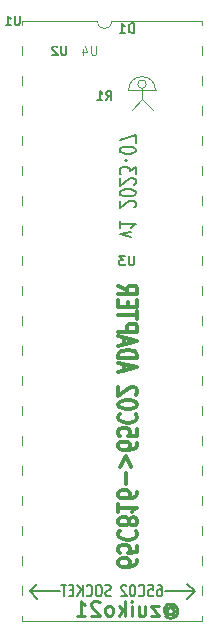
<source format=gbo>
G04 #@! TF.GenerationSoftware,KiCad,Pcbnew,(5.1.2-1)-1*
G04 #@! TF.CreationDate,2023-07-30T19:37:46+02:00*
G04 #@! TF.ProjectId,816to02,38313674-6f30-4322-9e6b-696361645f70,rev?*
G04 #@! TF.SameCoordinates,Original*
G04 #@! TF.FileFunction,Legend,Bot*
G04 #@! TF.FilePolarity,Positive*
%FSLAX46Y46*%
G04 Gerber Fmt 4.6, Leading zero omitted, Abs format (unit mm)*
G04 Created by KiCad (PCBNEW (5.1.2-1)-1) date 2023-07-30 19:37:46*
%MOMM*%
%LPD*%
G04 APERTURE LIST*
%ADD10C,0.120000*%
%ADD11C,0.200000*%
%ADD12C,0.300000*%
%ADD13C,0.250000*%
%ADD14C,0.150000*%
%ADD15O,1.702000X1.702000*%
%ADD16R,1.702000X1.702000*%
%ADD17C,1.902000*%
%ADD18R,1.902000X1.902000*%
G04 APERTURE END LIST*
D10*
X28575000Y-29464000D02*
X29464000Y-30353000D01*
X28575000Y-29464000D02*
X27686000Y-30353000D01*
X28575000Y-28553210D02*
X28575000Y-29464000D01*
X27432000Y-28702000D02*
X29718000Y-28702000D01*
X27432000Y-28702000D02*
G75*
G02X29718000Y-28702000I1143000J0D01*
G01*
X28934210Y-28194000D02*
G75*
G03X28934210Y-28194000I-359210J0D01*
G01*
X26035000Y-22860000D02*
G75*
G02X24765000Y-22860000I-635000J0D01*
G01*
X18415000Y-22860000D02*
X18415000Y-73660000D01*
X24765000Y-22860000D02*
X18415000Y-22860000D01*
X33655000Y-22860000D02*
X26035000Y-22860000D01*
X33655000Y-73660000D02*
X33655000Y-22860000D01*
X18415000Y-73660000D02*
X33655000Y-73660000D01*
D11*
X27605000Y-41163333D02*
X26671666Y-40925238D01*
X27605000Y-40687142D01*
X26671666Y-39782380D02*
X26671666Y-40353809D01*
X26671666Y-40068095D02*
X28071666Y-40068095D01*
X27871666Y-40163333D01*
X27738333Y-40258571D01*
X27671666Y-40353809D01*
X27938333Y-38639523D02*
X28005000Y-38591904D01*
X28071666Y-38496666D01*
X28071666Y-38258571D01*
X28005000Y-38163333D01*
X27938333Y-38115714D01*
X27805000Y-38068095D01*
X27671666Y-38068095D01*
X27471666Y-38115714D01*
X26671666Y-38687142D01*
X26671666Y-38068095D01*
X28071666Y-37449047D02*
X28071666Y-37353809D01*
X28005000Y-37258571D01*
X27938333Y-37210952D01*
X27805000Y-37163333D01*
X27538333Y-37115714D01*
X27205000Y-37115714D01*
X26938333Y-37163333D01*
X26805000Y-37210952D01*
X26738333Y-37258571D01*
X26671666Y-37353809D01*
X26671666Y-37449047D01*
X26738333Y-37544285D01*
X26805000Y-37591904D01*
X26938333Y-37639523D01*
X27205000Y-37687142D01*
X27538333Y-37687142D01*
X27805000Y-37639523D01*
X27938333Y-37591904D01*
X28005000Y-37544285D01*
X28071666Y-37449047D01*
X27938333Y-36734761D02*
X28005000Y-36687142D01*
X28071666Y-36591904D01*
X28071666Y-36353809D01*
X28005000Y-36258571D01*
X27938333Y-36210952D01*
X27805000Y-36163333D01*
X27671666Y-36163333D01*
X27471666Y-36210952D01*
X26671666Y-36782380D01*
X26671666Y-36163333D01*
X28071666Y-35830000D02*
X28071666Y-35210952D01*
X27538333Y-35544285D01*
X27538333Y-35401428D01*
X27471666Y-35306190D01*
X27405000Y-35258571D01*
X27271666Y-35210952D01*
X26938333Y-35210952D01*
X26805000Y-35258571D01*
X26738333Y-35306190D01*
X26671666Y-35401428D01*
X26671666Y-35687142D01*
X26738333Y-35782380D01*
X26805000Y-35830000D01*
X27271666Y-34639523D02*
X27205000Y-34687142D01*
X27138333Y-34639523D01*
X27205000Y-34591904D01*
X27271666Y-34639523D01*
X27138333Y-34639523D01*
X28071666Y-33830000D02*
X28071666Y-33734761D01*
X28005000Y-33639523D01*
X27938333Y-33591904D01*
X27805000Y-33544285D01*
X27538333Y-33496666D01*
X27205000Y-33496666D01*
X26938333Y-33544285D01*
X26805000Y-33591904D01*
X26738333Y-33639523D01*
X26671666Y-33734761D01*
X26671666Y-33830000D01*
X26738333Y-33925238D01*
X26805000Y-33972857D01*
X26938333Y-34020476D01*
X27205000Y-34068095D01*
X27538333Y-34068095D01*
X27805000Y-34020476D01*
X27938333Y-33972857D01*
X28005000Y-33925238D01*
X28071666Y-33830000D01*
X28071666Y-33163333D02*
X28071666Y-32496666D01*
X26671666Y-32925238D01*
D12*
X28181190Y-68464285D02*
X28181190Y-68692857D01*
X28104999Y-68807142D01*
X28028809Y-68864285D01*
X27800238Y-68978571D01*
X27495476Y-69035714D01*
X26885952Y-69035714D01*
X26733571Y-68978571D01*
X26657380Y-68921428D01*
X26581190Y-68807142D01*
X26581190Y-68578571D01*
X26657380Y-68464285D01*
X26733571Y-68407142D01*
X26885952Y-68350000D01*
X27266904Y-68350000D01*
X27419285Y-68407142D01*
X27495476Y-68464285D01*
X27571666Y-68578571D01*
X27571666Y-68807142D01*
X27495476Y-68921428D01*
X27419285Y-68978571D01*
X27266904Y-69035714D01*
X28181190Y-67264285D02*
X28181190Y-67835714D01*
X27419285Y-67892857D01*
X27495476Y-67835714D01*
X27571666Y-67721428D01*
X27571666Y-67435714D01*
X27495476Y-67321428D01*
X27419285Y-67264285D01*
X27266904Y-67207142D01*
X26885952Y-67207142D01*
X26733571Y-67264285D01*
X26657380Y-67321428D01*
X26581190Y-67435714D01*
X26581190Y-67721428D01*
X26657380Y-67835714D01*
X26733571Y-67892857D01*
X26733571Y-66007142D02*
X26657380Y-66064285D01*
X26581190Y-66235714D01*
X26581190Y-66350000D01*
X26657380Y-66521428D01*
X26809761Y-66635714D01*
X26962142Y-66692857D01*
X27266904Y-66750000D01*
X27495476Y-66750000D01*
X27800238Y-66692857D01*
X27952619Y-66635714D01*
X28105000Y-66521428D01*
X28181190Y-66350000D01*
X28181190Y-66235714D01*
X28105000Y-66064285D01*
X28028809Y-66007142D01*
X27495476Y-65321428D02*
X27571666Y-65435714D01*
X27647857Y-65492857D01*
X27800238Y-65550000D01*
X27876428Y-65550000D01*
X28028809Y-65492857D01*
X28105000Y-65435714D01*
X28181190Y-65321428D01*
X28181190Y-65092857D01*
X28105000Y-64978571D01*
X28028809Y-64921428D01*
X27876428Y-64864285D01*
X27800238Y-64864285D01*
X27647857Y-64921428D01*
X27571666Y-64978571D01*
X27495476Y-65092857D01*
X27495476Y-65321428D01*
X27419285Y-65435714D01*
X27343095Y-65492857D01*
X27190714Y-65550000D01*
X26885952Y-65550000D01*
X26733571Y-65492857D01*
X26657380Y-65435714D01*
X26581190Y-65321428D01*
X26581190Y-65092857D01*
X26657380Y-64978571D01*
X26733571Y-64921428D01*
X26885952Y-64864285D01*
X27190714Y-64864285D01*
X27343095Y-64921428D01*
X27419285Y-64978571D01*
X27495476Y-65092857D01*
X26581190Y-63721428D02*
X26581190Y-64407142D01*
X26581190Y-64064285D02*
X28181190Y-64064285D01*
X27952619Y-64178571D01*
X27800238Y-64292857D01*
X27724047Y-64407142D01*
X28181190Y-62692857D02*
X28181190Y-62921428D01*
X28105000Y-63035714D01*
X28028809Y-63092857D01*
X27800238Y-63207142D01*
X27495476Y-63264285D01*
X26885952Y-63264285D01*
X26733571Y-63207142D01*
X26657380Y-63150000D01*
X26581190Y-63035714D01*
X26581190Y-62807142D01*
X26657380Y-62692857D01*
X26733571Y-62635714D01*
X26885952Y-62578571D01*
X27266904Y-62578571D01*
X27419285Y-62635714D01*
X27495476Y-62692857D01*
X27571666Y-62807142D01*
X27571666Y-63035714D01*
X27495476Y-63150000D01*
X27419285Y-63207142D01*
X27266904Y-63264285D01*
X27190714Y-62064285D02*
X27190714Y-61150000D01*
X27647857Y-60578571D02*
X27190714Y-59664285D01*
X26733571Y-60578571D01*
X28181190Y-58578571D02*
X28181190Y-58807142D01*
X28105000Y-58921428D01*
X28028809Y-58978571D01*
X27800238Y-59092857D01*
X27495476Y-59150000D01*
X26885952Y-59150000D01*
X26733571Y-59092857D01*
X26657380Y-59035714D01*
X26581190Y-58921428D01*
X26581190Y-58692857D01*
X26657380Y-58578571D01*
X26733571Y-58521428D01*
X26885952Y-58464285D01*
X27266904Y-58464285D01*
X27419285Y-58521428D01*
X27495476Y-58578571D01*
X27571666Y-58692857D01*
X27571666Y-58921428D01*
X27495476Y-59035714D01*
X27419285Y-59092857D01*
X27266904Y-59150000D01*
X28181190Y-57378571D02*
X28181190Y-57950000D01*
X27419285Y-58007142D01*
X27495476Y-57950000D01*
X27571666Y-57835714D01*
X27571666Y-57550000D01*
X27495476Y-57435714D01*
X27419285Y-57378571D01*
X27266904Y-57321428D01*
X26885952Y-57321428D01*
X26733571Y-57378571D01*
X26657380Y-57435714D01*
X26581190Y-57550000D01*
X26581190Y-57835714D01*
X26657380Y-57950000D01*
X26733571Y-58007142D01*
X26733571Y-56121428D02*
X26657380Y-56178571D01*
X26581190Y-56350000D01*
X26581190Y-56464285D01*
X26657380Y-56635714D01*
X26809761Y-56750000D01*
X26962142Y-56807142D01*
X27266904Y-56864285D01*
X27495476Y-56864285D01*
X27800238Y-56807142D01*
X27952619Y-56750000D01*
X28105000Y-56635714D01*
X28181190Y-56464285D01*
X28181190Y-56350000D01*
X28105000Y-56178571D01*
X28028809Y-56121428D01*
X28181190Y-55378571D02*
X28181190Y-55264285D01*
X28105000Y-55150000D01*
X28028809Y-55092857D01*
X27876428Y-55035714D01*
X27571666Y-54978571D01*
X27190714Y-54978571D01*
X26885952Y-55035714D01*
X26733571Y-55092857D01*
X26657380Y-55150000D01*
X26581190Y-55264285D01*
X26581190Y-55378571D01*
X26657380Y-55492857D01*
X26733571Y-55550000D01*
X26885952Y-55607142D01*
X27190714Y-55664285D01*
X27571666Y-55664285D01*
X27876428Y-55607142D01*
X28028809Y-55550000D01*
X28105000Y-55492857D01*
X28181190Y-55378571D01*
X28028809Y-54521428D02*
X28105000Y-54464285D01*
X28181190Y-54350000D01*
X28181190Y-54064285D01*
X28105000Y-53950000D01*
X28028809Y-53892857D01*
X27876428Y-53835714D01*
X27724047Y-53835714D01*
X27495476Y-53892857D01*
X26581190Y-54578571D01*
X26581190Y-53835714D01*
X27038333Y-52464285D02*
X27038333Y-51892857D01*
X26581190Y-52578571D02*
X28181190Y-52178571D01*
X26581190Y-51778571D01*
X26581190Y-51378571D02*
X28181190Y-51378571D01*
X28181190Y-51092857D01*
X28105000Y-50921428D01*
X27952619Y-50807142D01*
X27800238Y-50750000D01*
X27495476Y-50692857D01*
X27266904Y-50692857D01*
X26962142Y-50750000D01*
X26809761Y-50807142D01*
X26657380Y-50921428D01*
X26581190Y-51092857D01*
X26581190Y-51378571D01*
X27038333Y-50235714D02*
X27038333Y-49664285D01*
X26581190Y-50350000D02*
X28181190Y-49950000D01*
X26581190Y-49550000D01*
X26581190Y-49150000D02*
X28181190Y-49150000D01*
X28181190Y-48692857D01*
X28105000Y-48578571D01*
X28028809Y-48521428D01*
X27876428Y-48464285D01*
X27647857Y-48464285D01*
X27495476Y-48521428D01*
X27419285Y-48578571D01*
X27343095Y-48692857D01*
X27343095Y-49150000D01*
X28181190Y-48121428D02*
X28181190Y-47435714D01*
X26581190Y-47778571D02*
X28181190Y-47778571D01*
X27419285Y-47035714D02*
X27419285Y-46635714D01*
X26581190Y-46464285D02*
X26581190Y-47035714D01*
X28181190Y-47035714D01*
X28181190Y-46464285D01*
X26581190Y-45264285D02*
X27343095Y-45664285D01*
X26581190Y-45950000D02*
X28181190Y-45950000D01*
X28181190Y-45492857D01*
X28105000Y-45378571D01*
X28028809Y-45321428D01*
X27876428Y-45264285D01*
X27647857Y-45264285D01*
X27495476Y-45321428D01*
X27419285Y-45378571D01*
X27343095Y-45492857D01*
X27343095Y-45950000D01*
D13*
X30721904Y-72613761D02*
X30782380Y-72553285D01*
X30903333Y-72492809D01*
X31024285Y-72492809D01*
X31145238Y-72553285D01*
X31205714Y-72613761D01*
X31266190Y-72734714D01*
X31266190Y-72855666D01*
X31205714Y-72976619D01*
X31145238Y-73037095D01*
X31024285Y-73097571D01*
X30903333Y-73097571D01*
X30782380Y-73037095D01*
X30721904Y-72976619D01*
X30721904Y-72492809D02*
X30721904Y-72976619D01*
X30661428Y-73037095D01*
X30600952Y-73037095D01*
X30480000Y-72976619D01*
X30419523Y-72855666D01*
X30419523Y-72553285D01*
X30540476Y-72371857D01*
X30721904Y-72250904D01*
X30963809Y-72190428D01*
X31205714Y-72250904D01*
X31387142Y-72371857D01*
X31508095Y-72553285D01*
X31568571Y-72795190D01*
X31508095Y-73037095D01*
X31387142Y-73218523D01*
X31205714Y-73339476D01*
X30963809Y-73399952D01*
X30721904Y-73339476D01*
X30540476Y-73218523D01*
X29996190Y-72371857D02*
X29330952Y-72371857D01*
X29996190Y-73218523D01*
X29330952Y-73218523D01*
X28302857Y-72371857D02*
X28302857Y-73218523D01*
X28847142Y-72371857D02*
X28847142Y-73037095D01*
X28786666Y-73158047D01*
X28665714Y-73218523D01*
X28484285Y-73218523D01*
X28363333Y-73158047D01*
X28302857Y-73097571D01*
X27698095Y-73218523D02*
X27698095Y-72371857D01*
X27698095Y-71948523D02*
X27758571Y-72009000D01*
X27698095Y-72069476D01*
X27637619Y-72009000D01*
X27698095Y-71948523D01*
X27698095Y-72069476D01*
X27093333Y-73218523D02*
X27093333Y-71948523D01*
X26972380Y-72734714D02*
X26609523Y-73218523D01*
X26609523Y-72371857D02*
X27093333Y-72855666D01*
X25883809Y-73218523D02*
X26004761Y-73158047D01*
X26065238Y-73097571D01*
X26125714Y-72976619D01*
X26125714Y-72613761D01*
X26065238Y-72492809D01*
X26004761Y-72432333D01*
X25883809Y-72371857D01*
X25702380Y-72371857D01*
X25581428Y-72432333D01*
X25520952Y-72492809D01*
X25460476Y-72613761D01*
X25460476Y-72976619D01*
X25520952Y-73097571D01*
X25581428Y-73158047D01*
X25702380Y-73218523D01*
X25883809Y-73218523D01*
X24976666Y-72069476D02*
X24916190Y-72009000D01*
X24795238Y-71948523D01*
X24492857Y-71948523D01*
X24371904Y-72009000D01*
X24311428Y-72069476D01*
X24250952Y-72190428D01*
X24250952Y-72311380D01*
X24311428Y-72492809D01*
X25037142Y-73218523D01*
X24250952Y-73218523D01*
X23041428Y-73218523D02*
X23767142Y-73218523D01*
X23404285Y-73218523D02*
X23404285Y-71948523D01*
X23525238Y-72129952D01*
X23646190Y-72250904D01*
X23767142Y-72311380D01*
D11*
X32385000Y-70485000D02*
X33020000Y-71120000D01*
X32385000Y-71755000D02*
X33020000Y-71120000D01*
X33020000Y-71120000D02*
X30480000Y-71120000D01*
X19050000Y-71120000D02*
X19685000Y-71755000D01*
X19050000Y-71120000D02*
X19685000Y-70485000D01*
X21590000Y-71120000D02*
X19050000Y-71120000D01*
D14*
X18224428Y-22449285D02*
X18224428Y-23056428D01*
X18188714Y-23127857D01*
X18153000Y-23163571D01*
X18081571Y-23199285D01*
X17938714Y-23199285D01*
X17867285Y-23163571D01*
X17831571Y-23127857D01*
X17795857Y-23056428D01*
X17795857Y-22449285D01*
X17045857Y-23199285D02*
X17474428Y-23199285D01*
X17260142Y-23199285D02*
X17260142Y-22449285D01*
X17331571Y-22556428D01*
X17403000Y-22627857D01*
X17474428Y-22663571D01*
X29897857Y-70572380D02*
X30046428Y-70572380D01*
X30120714Y-70620000D01*
X30157857Y-70667619D01*
X30232142Y-70810476D01*
X30269285Y-71000952D01*
X30269285Y-71381904D01*
X30232142Y-71477142D01*
X30195000Y-71524761D01*
X30120714Y-71572380D01*
X29972142Y-71572380D01*
X29897857Y-71524761D01*
X29860714Y-71477142D01*
X29823571Y-71381904D01*
X29823571Y-71143809D01*
X29860714Y-71048571D01*
X29897857Y-71000952D01*
X29972142Y-70953333D01*
X30120714Y-70953333D01*
X30195000Y-71000952D01*
X30232142Y-71048571D01*
X30269285Y-71143809D01*
X29117857Y-70572380D02*
X29489285Y-70572380D01*
X29526428Y-71048571D01*
X29489285Y-71000952D01*
X29415000Y-70953333D01*
X29229285Y-70953333D01*
X29155000Y-71000952D01*
X29117857Y-71048571D01*
X29080714Y-71143809D01*
X29080714Y-71381904D01*
X29117857Y-71477142D01*
X29155000Y-71524761D01*
X29229285Y-71572380D01*
X29415000Y-71572380D01*
X29489285Y-71524761D01*
X29526428Y-71477142D01*
X28300714Y-71477142D02*
X28337857Y-71524761D01*
X28449285Y-71572380D01*
X28523571Y-71572380D01*
X28635000Y-71524761D01*
X28709285Y-71429523D01*
X28746428Y-71334285D01*
X28783571Y-71143809D01*
X28783571Y-71000952D01*
X28746428Y-70810476D01*
X28709285Y-70715238D01*
X28635000Y-70620000D01*
X28523571Y-70572380D01*
X28449285Y-70572380D01*
X28337857Y-70620000D01*
X28300714Y-70667619D01*
X27817857Y-70572380D02*
X27743571Y-70572380D01*
X27669285Y-70620000D01*
X27632142Y-70667619D01*
X27595000Y-70762857D01*
X27557857Y-70953333D01*
X27557857Y-71191428D01*
X27595000Y-71381904D01*
X27632142Y-71477142D01*
X27669285Y-71524761D01*
X27743571Y-71572380D01*
X27817857Y-71572380D01*
X27892142Y-71524761D01*
X27929285Y-71477142D01*
X27966428Y-71381904D01*
X28003571Y-71191428D01*
X28003571Y-70953333D01*
X27966428Y-70762857D01*
X27929285Y-70667619D01*
X27892142Y-70620000D01*
X27817857Y-70572380D01*
X27260714Y-70667619D02*
X27223571Y-70620000D01*
X27149285Y-70572380D01*
X26963571Y-70572380D01*
X26889285Y-70620000D01*
X26852142Y-70667619D01*
X26815000Y-70762857D01*
X26815000Y-70858095D01*
X26852142Y-71000952D01*
X27297857Y-71572380D01*
X26815000Y-71572380D01*
X25923571Y-71524761D02*
X25812142Y-71572380D01*
X25626428Y-71572380D01*
X25552142Y-71524761D01*
X25515000Y-71477142D01*
X25477857Y-71381904D01*
X25477857Y-71286666D01*
X25515000Y-71191428D01*
X25552142Y-71143809D01*
X25626428Y-71096190D01*
X25775000Y-71048571D01*
X25849285Y-71000952D01*
X25886428Y-70953333D01*
X25923571Y-70858095D01*
X25923571Y-70762857D01*
X25886428Y-70667619D01*
X25849285Y-70620000D01*
X25775000Y-70572380D01*
X25589285Y-70572380D01*
X25477857Y-70620000D01*
X24995000Y-70572380D02*
X24846428Y-70572380D01*
X24772142Y-70620000D01*
X24697857Y-70715238D01*
X24660714Y-70905714D01*
X24660714Y-71239047D01*
X24697857Y-71429523D01*
X24772142Y-71524761D01*
X24846428Y-71572380D01*
X24995000Y-71572380D01*
X25069285Y-71524761D01*
X25143571Y-71429523D01*
X25180714Y-71239047D01*
X25180714Y-70905714D01*
X25143571Y-70715238D01*
X25069285Y-70620000D01*
X24995000Y-70572380D01*
X23880714Y-71477142D02*
X23917857Y-71524761D01*
X24029285Y-71572380D01*
X24103571Y-71572380D01*
X24215000Y-71524761D01*
X24289285Y-71429523D01*
X24326428Y-71334285D01*
X24363571Y-71143809D01*
X24363571Y-71000952D01*
X24326428Y-70810476D01*
X24289285Y-70715238D01*
X24215000Y-70620000D01*
X24103571Y-70572380D01*
X24029285Y-70572380D01*
X23917857Y-70620000D01*
X23880714Y-70667619D01*
X23546428Y-71572380D02*
X23546428Y-70572380D01*
X23100714Y-71572380D02*
X23435000Y-71000952D01*
X23100714Y-70572380D02*
X23546428Y-71143809D01*
X22766428Y-71048571D02*
X22506428Y-71048571D01*
X22395000Y-71572380D02*
X22766428Y-71572380D01*
X22766428Y-70572380D01*
X22395000Y-70572380D01*
X22172142Y-70572380D02*
X21726428Y-70572380D01*
X21949285Y-71572380D02*
X21949285Y-70572380D01*
X25533333Y-29571904D02*
X25800000Y-29190952D01*
X25990476Y-29571904D02*
X25990476Y-28771904D01*
X25685714Y-28771904D01*
X25609523Y-28810000D01*
X25571428Y-28848095D01*
X25533333Y-28924285D01*
X25533333Y-29038571D01*
X25571428Y-29114761D01*
X25609523Y-29152857D01*
X25685714Y-29190952D01*
X25990476Y-29190952D01*
X24771428Y-29571904D02*
X25228571Y-29571904D01*
X25000000Y-29571904D02*
X25000000Y-28771904D01*
X25076190Y-28886190D01*
X25152380Y-28962380D01*
X25228571Y-29000476D01*
X27895476Y-23856904D02*
X27895476Y-23056904D01*
X27705000Y-23056904D01*
X27590714Y-23095000D01*
X27514523Y-23171190D01*
X27476428Y-23247380D01*
X27438333Y-23399761D01*
X27438333Y-23514047D01*
X27476428Y-23666428D01*
X27514523Y-23742619D01*
X27590714Y-23818809D01*
X27705000Y-23856904D01*
X27895476Y-23856904D01*
X26676428Y-23856904D02*
X27133571Y-23856904D01*
X26905000Y-23856904D02*
X26905000Y-23056904D01*
X26981190Y-23171190D01*
X27057380Y-23247380D01*
X27133571Y-23285476D01*
D10*
X24701428Y-24989285D02*
X24701428Y-25596428D01*
X24665714Y-25667857D01*
X24630000Y-25703571D01*
X24558571Y-25739285D01*
X24415714Y-25739285D01*
X24344285Y-25703571D01*
X24308571Y-25667857D01*
X24272857Y-25596428D01*
X24272857Y-24989285D01*
X23594285Y-25239285D02*
X23594285Y-25739285D01*
X23772857Y-24953571D02*
X23951428Y-25489285D01*
X23487142Y-25489285D01*
D14*
X27914523Y-42741904D02*
X27914523Y-43389523D01*
X27876428Y-43465714D01*
X27838333Y-43503809D01*
X27762142Y-43541904D01*
X27609761Y-43541904D01*
X27533571Y-43503809D01*
X27495476Y-43465714D01*
X27457380Y-43389523D01*
X27457380Y-42741904D01*
X27152619Y-42741904D02*
X26657380Y-42741904D01*
X26924047Y-43046666D01*
X26809761Y-43046666D01*
X26733571Y-43084761D01*
X26695476Y-43122857D01*
X26657380Y-43199047D01*
X26657380Y-43389523D01*
X26695476Y-43465714D01*
X26733571Y-43503809D01*
X26809761Y-43541904D01*
X27038333Y-43541904D01*
X27114523Y-43503809D01*
X27152619Y-43465714D01*
X22161428Y-24989285D02*
X22161428Y-25596428D01*
X22125714Y-25667857D01*
X22090000Y-25703571D01*
X22018571Y-25739285D01*
X21875714Y-25739285D01*
X21804285Y-25703571D01*
X21768571Y-25667857D01*
X21732857Y-25596428D01*
X21732857Y-24989285D01*
X21411428Y-25060714D02*
X21375714Y-25025000D01*
X21304285Y-24989285D01*
X21125714Y-24989285D01*
X21054285Y-25025000D01*
X21018571Y-25060714D01*
X20982857Y-25132142D01*
X20982857Y-25203571D01*
X21018571Y-25310714D01*
X21447142Y-25739285D01*
X20982857Y-25739285D01*
%LPC*%
D15*
X33655000Y-24130000D03*
X18415000Y-72390000D03*
X33655000Y-26670000D03*
X18415000Y-69850000D03*
X33655000Y-29210000D03*
X18415000Y-67310000D03*
X33655000Y-31750000D03*
X18415000Y-64770000D03*
X33655000Y-34290000D03*
X18415000Y-62230000D03*
X33655000Y-36830000D03*
X18415000Y-59690000D03*
X33655000Y-39370000D03*
X18415000Y-57150000D03*
X33655000Y-41910000D03*
X18415000Y-54610000D03*
X33655000Y-44450000D03*
X18415000Y-52070000D03*
X33655000Y-46990000D03*
X18415000Y-49530000D03*
X33655000Y-49530000D03*
X18415000Y-46990000D03*
X33655000Y-52070000D03*
X18415000Y-44450000D03*
X33655000Y-54610000D03*
X18415000Y-41910000D03*
X33655000Y-57150000D03*
X18415000Y-39370000D03*
X33655000Y-59690000D03*
X18415000Y-36830000D03*
X33655000Y-62230000D03*
X18415000Y-34290000D03*
X33655000Y-64770000D03*
X18415000Y-31750000D03*
X33655000Y-67310000D03*
X18415000Y-29210000D03*
X33655000Y-69850000D03*
X18415000Y-26670000D03*
X33655000Y-72390000D03*
D16*
X18415000Y-24130000D03*
D17*
X26035000Y-25400000D03*
D18*
X28575000Y-25400000D03*
D15*
X31115000Y-24130000D03*
X23495000Y-39370000D03*
X31115000Y-26670000D03*
X23495000Y-36830000D03*
X31115000Y-29210000D03*
X23495000Y-34290000D03*
X31115000Y-31750000D03*
X23495000Y-31750000D03*
X31115000Y-34290000D03*
X23495000Y-29210000D03*
X31115000Y-36830000D03*
X23495000Y-26670000D03*
X31115000Y-39370000D03*
D16*
X23495000Y-24130000D03*
D15*
X31115000Y-43180000D03*
X23495000Y-66040000D03*
X31115000Y-45720000D03*
X23495000Y-63500000D03*
X31115000Y-48260000D03*
X23495000Y-60960000D03*
X31115000Y-50800000D03*
X23495000Y-58420000D03*
X31115000Y-53340000D03*
X23495000Y-55880000D03*
X31115000Y-55880000D03*
X23495000Y-53340000D03*
X31115000Y-58420000D03*
X23495000Y-50800000D03*
X31115000Y-60960000D03*
X23495000Y-48260000D03*
X31115000Y-63500000D03*
X23495000Y-45720000D03*
X31115000Y-66040000D03*
D16*
X23495000Y-43180000D03*
D15*
X36195000Y-24130000D03*
X20955000Y-72390000D03*
X36195000Y-26670000D03*
X20955000Y-69850000D03*
X36195000Y-29210000D03*
X20955000Y-67310000D03*
X36195000Y-31750000D03*
X20955000Y-64770000D03*
X36195000Y-34290000D03*
X20955000Y-62230000D03*
X36195000Y-36830000D03*
X20955000Y-59690000D03*
X36195000Y-39370000D03*
X20955000Y-57150000D03*
X36195000Y-41910000D03*
X20955000Y-54610000D03*
X36195000Y-44450000D03*
X20955000Y-52070000D03*
X36195000Y-46990000D03*
X20955000Y-49530000D03*
X36195000Y-49530000D03*
X20955000Y-46990000D03*
X36195000Y-52070000D03*
X20955000Y-44450000D03*
X36195000Y-54610000D03*
X20955000Y-41910000D03*
X36195000Y-57150000D03*
X20955000Y-39370000D03*
X36195000Y-59690000D03*
X20955000Y-36830000D03*
X36195000Y-62230000D03*
X20955000Y-34290000D03*
X36195000Y-64770000D03*
X20955000Y-31750000D03*
X36195000Y-67310000D03*
X20955000Y-29210000D03*
X36195000Y-69850000D03*
X20955000Y-26670000D03*
X36195000Y-72390000D03*
D16*
X20955000Y-24130000D03*
M02*

</source>
